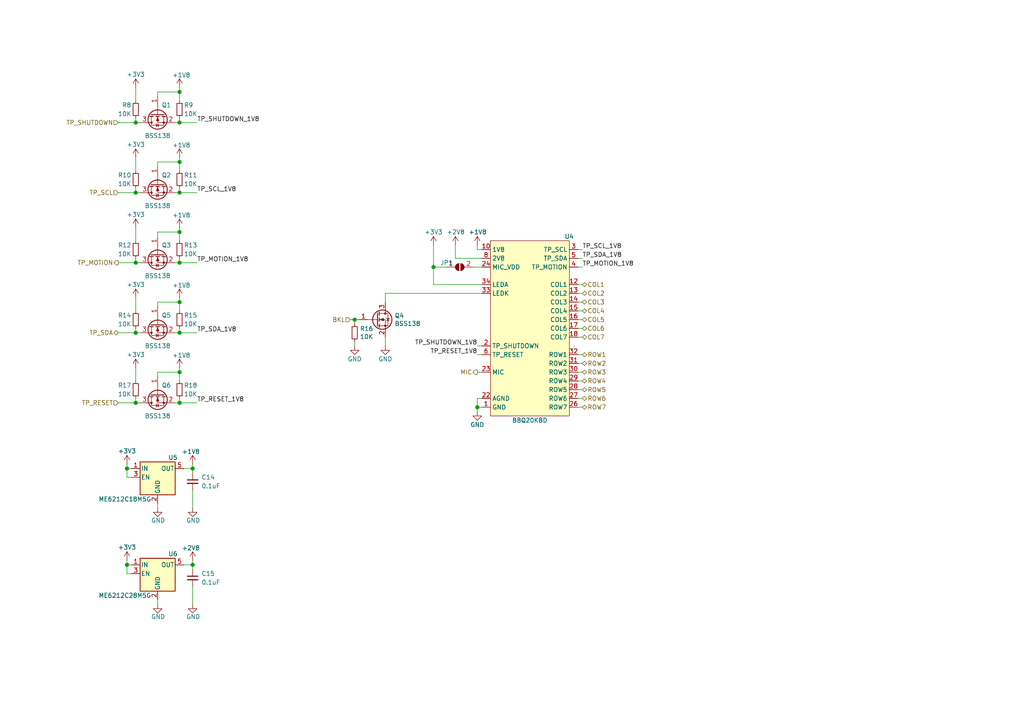
<source format=kicad_sch>
(kicad_sch (version 20210621) (generator eeschema)
  (paper "A4")
  (lib_symbols
    (symbol "Device:C_Small" (pin_numbers hide) (pin_names (offset 0.254) hide)
      (property "Reference" "C" (at 0.254 1.778 0))
      (property "Value" "C_Small" (at 0.254 -2.032 0))
      (symbol "C_Small_0_1"
        (polyline (pts (xy -1.524 -0.508) (xy 1.524 -0.508)) (stroke (width 0.3302)))
        (polyline (pts (xy -1.524 0.508) (xy 1.524 0.508)) (stroke (width 0.3048)))
      )
      (symbol "C_Small_1_1"
        (pin passive line (at 0 2.54 270) (length 2.032) (name "~") (number "1"))
        (pin passive line (at 0 -2.54 90) (length 2.032) (name "~") (number "2"))
      )
    )
    (symbol "Device:R_Small" (pin_numbers hide) (pin_names (offset 0.254) hide)
      (property "Reference" "R" (at 0.762 0.508 0))
      (property "Value" "R_Small" (at 0.762 -1.016 0))
      (symbol "R_Small_0_1"
        (rectangle (start -0.762 1.778) (end 0.762 -1.778) (stroke (width 0.2032)))
      )
      (symbol "R_Small_1_1"
        (pin passive line (at 0 2.54 270) (length 0.762) (name "~") (number "1"))
        (pin passive line (at 0 -2.54 90) (length 0.762) (name "~") (number "2"))
      )
    )
    (symbol "Jumper:SolderJumper_2_Open" (pin_names (offset 0) hide)
      (property "Reference" "JP" (at 0 2.032 0))
      (property "Value" "SolderJumper_2_Open" (at 0 -2.54 0))
      (symbol "SolderJumper_2_Open_0_1"
        (arc (start -0.254 1.016) (end -0.254 -1.016) (radius (at -0.254 0) (length 1.016) (angles 90.1 -90.1)))
        (arc (start 0.254 -1.016) (end 0.254 1.016) (radius (at 0.254 0) (length 1.016) (angles -89.9 89.9)))
        (arc (start -0.254 1.016) (end -0.254 -1.016) (radius (at -0.254 0) (length 1.016) (angles 90.1 -90.1)) (fill (type outline)))
        (arc (start 0.254 -1.016) (end 0.254 1.016) (radius (at 0.254 0) (length 1.016) (angles -89.9 89.9)) (fill (type outline)))
        (polyline (pts (xy -0.254 1.016) (xy -0.254 -1.016)))
        (polyline (pts (xy 0.254 1.016) (xy 0.254 -1.016)))
      )
      (symbol "SolderJumper_2_Open_1_1"
        (pin passive line (at -3.81 0 0) (length 2.54) (name "A") (number "1"))
        (pin passive line (at 3.81 0 180) (length 2.54) (name "B") (number "2"))
      )
    )
    (symbol "Keyboard:BBQ20KBD"
      (property "Reference" "U" (at 11.43 24.13 0))
      (property "Value" "BBQ20KBD" (at 0 -29.21 0))
      (symbol "BBQ20KBD_0_0"
        (pin power_in line (at -13.97 -25.4 0) (length 2.54) (name "GND") (number "1"))
        (pin power_in line (at -13.97 20.32 0) (length 2.54) (name "1V8") (number "10"))
        (pin passive line (at -13.97 -25.4 0) (length 2.54) hide (name "GND") (number "11"))
        (pin input line (at 13.97 10.16 180) (length 2.54) (name "COL1") (number "12"))
        (pin input line (at 13.97 7.62 180) (length 2.54) (name "COL2") (number "13"))
        (pin input line (at 13.97 5.08 180) (length 2.54) (name "COL3") (number "14"))
        (pin input line (at 13.97 2.54 180) (length 2.54) (name "COL4") (number "15"))
        (pin input line (at 13.97 0 180) (length 2.54) (name "COL5") (number "16"))
        (pin input line (at 13.97 -2.54 180) (length 2.54) (name "COL6") (number "17"))
        (pin input line (at 13.97 -5.08 180) (length 2.54) (name "COL7") (number "18"))
        (pin passive line (at -13.97 -25.4 0) (length 2.54) hide (name "GND") (number "19"))
        (pin input line (at -13.97 -7.62 0) (length 2.54) (name "TP_SHUTDOWN") (number "2"))
        (pin passive line (at -13.97 -25.4 0) (length 2.54) hide (name "GND") (number "20"))
        (pin passive line (at -13.97 -25.4 0) (length 2.54) hide (name "GND") (number "21"))
        (pin power_in line (at -13.97 -22.86 0) (length 2.54) (name "AGND") (number "22"))
        (pin output line (at -13.97 -15.24 0) (length 2.54) (name "MIC") (number "23"))
        (pin input line (at -13.97 15.24 0) (length 2.54) (name "MIC_VDD") (number "24"))
        (pin passive line (at -13.97 -25.4 0) (length 2.54) hide (name "GND") (number "25"))
        (pin input line (at 13.97 -25.4 180) (length 2.54) (name "ROW7") (number "26"))
        (pin input line (at 13.97 -22.86 180) (length 2.54) (name "ROW6") (number "27"))
        (pin input line (at 13.97 -20.32 180) (length 2.54) (name "ROW5") (number "28"))
        (pin input line (at 13.97 -17.78 180) (length 2.54) (name "ROW4") (number "29"))
        (pin input line (at 13.97 20.32 180) (length 2.54) (name "TP_SCL") (number "3"))
        (pin input line (at 13.97 -15.24 180) (length 2.54) (name "ROW3") (number "30"))
        (pin input line (at 13.97 -12.7 180) (length 2.54) (name "ROW2") (number "31"))
        (pin input line (at 13.97 -10.16 180) (length 2.54) (name "ROW1") (number "32"))
        (pin input line (at -13.97 7.62 0) (length 2.54) (name "LEDK") (number "33"))
        (pin power_in line (at -13.97 10.16 0) (length 2.54) (name "LEDA") (number "34"))
        (pin passive line (at -13.97 7.62 0) (length 2.54) hide (name "LEDK") (number "35"))
        (pin passive line (at -13.97 10.16 0) (length 2.54) hide (name "LEDA") (number "36"))
        (pin passive line (at -13.97 7.62 0) (length 2.54) hide (name "LEDK") (number "37"))
        (pin no_connect line (at 0 -17.78 0) (length 2.54) hide (name "NC") (number "38"))
        (pin no_connect line (at 0 -20.32 0) (length 2.54) hide (name "NC") (number "39"))
        (pin output line (at 13.97 15.24 180) (length 2.54) (name "TP_MOTION") (number "4"))
        (pin passive line (at -13.97 -25.4 0) (length 2.54) hide (name "GND") (number "40"))
        (pin bidirectional line (at 13.97 17.78 180) (length 2.54) (name "TP_SDA") (number "5"))
        (pin input line (at -13.97 -10.16 0) (length 2.54) (name "TP_RESET") (number "6"))
        (pin passive line (at -13.97 -25.4 0) (length 2.54) hide (name "GND") (number "7"))
        (pin power_in line (at -13.97 17.78 0) (length 2.54) (name "2V8") (number "8"))
        (pin passive line (at -13.97 -25.4 0) (length 2.54) hide (name "GND") (number "9"))
      )
      (symbol "BBQ20KBD_0_1"
        (rectangle (start -11.43 22.86) (end 11.43 -27.94) (stroke (width 0.1524)) (fill (type background)))
      )
    )
    (symbol "Regulator_Linear:TLV71209_SOT23-5" (pin_names (offset 0.254))
      (property "Reference" "U" (at -3.81 5.715 0))
      (property "Value" "TLV71209_SOT23-5" (at 0 5.715 0))
      (symbol "TLV71209_SOT23-5_0_1"
        (rectangle (start -5.08 4.445) (end 5.08 -5.08) (stroke (width 0.254)) (fill (type background)))
      )
      (symbol "TLV71209_SOT23-5_1_1"
        (pin power_in line (at -7.62 2.54 0) (length 2.54) (name "IN") (number "1"))
        (pin power_in line (at 0 -7.62 90) (length 2.54) (name "GND") (number "2"))
        (pin input line (at -7.62 0 0) (length 2.54) (name "EN") (number "3"))
        (pin no_connect line (at 5.08 0 180) (length 2.54) hide (name "NC") (number "4"))
        (pin power_out line (at 7.62 2.54 180) (length 2.54) (name "OUT") (number "5"))
      )
    )
    (symbol "Transistor_FET:BSS138" (pin_names hide)
      (property "Reference" "Q" (at 5.08 1.905 0))
      (property "Value" "BSS138" (at 5.08 0 0))
      (symbol "BSS138_0_1"
        (circle (center 1.651 0) (radius 2.794) (stroke (width 0.254)))
        (circle (center 2.54 -1.778) (radius 0.254) (fill (type outline)))
        (circle (center 2.54 1.778) (radius 0.254) (fill (type outline)))
        (polyline (pts (xy 0.254 0) (xy -2.54 0)))
        (polyline (pts (xy 0.254 1.905) (xy 0.254 -1.905)) (stroke (width 0.254)))
        (polyline (pts (xy 0.762 -1.27) (xy 0.762 -2.286)) (stroke (width 0.254)))
        (polyline (pts (xy 0.762 0.508) (xy 0.762 -0.508)) (stroke (width 0.254)))
        (polyline (pts (xy 0.762 2.286) (xy 0.762 1.27)) (stroke (width 0.254)))
        (polyline (pts (xy 2.54 2.54) (xy 2.54 1.778)))
        (polyline (pts (xy 2.54 -2.54) (xy 2.54 0) (xy 0.762 0)))
        (polyline (pts (xy 0.762 -1.778) (xy 3.302 -1.778) (xy 3.302 1.778) (xy 0.762 1.778)))
        (polyline (pts (xy 2.794 0.508) (xy 2.921 0.381) (xy 3.683 0.381) (xy 3.81 0.254)))
        (polyline (pts (xy 3.302 0.381) (xy 2.921 -0.254) (xy 3.683 -0.254) (xy 3.302 0.381)))
        (polyline (pts (xy 1.016 0) (xy 2.032 0.381) (xy 2.032 -0.381) (xy 1.016 0)) (fill (type outline)))
      )
      (symbol "BSS138_1_1"
        (pin input line (at -5.08 0 0) (length 2.54) (name "G") (number "1"))
        (pin passive line (at 2.54 -5.08 90) (length 2.54) (name "S") (number "2"))
        (pin passive line (at 2.54 5.08 270) (length 2.54) (name "D") (number "3"))
      )
    )
    (symbol "power:+1V8" (power) (pin_names (offset 0))
      (property "Value" "+1V8" (at 0 3.556 0))
      (symbol "+1V8_0_1"
        (polyline (pts (xy -0.762 1.27) (xy 0 2.54)))
        (polyline (pts (xy 0 0) (xy 0 2.54)))
        (polyline (pts (xy 0 2.54) (xy 0.762 1.27)))
      )
      (symbol "+1V8_1_1"
        (pin power_in line (at 0 0 90) (length 0) hide (name "+1V8") (number "1"))
      )
    )
    (symbol "power:+2V8" (power) (pin_names (offset 0))
      (property "Value" "+2V8" (at 0 3.556 0))
      (symbol "+2V8_0_1"
        (polyline (pts (xy -0.762 1.27) (xy 0 2.54)))
        (polyline (pts (xy 0 0) (xy 0 2.54)))
        (polyline (pts (xy 0 2.54) (xy 0.762 1.27)))
      )
      (symbol "+2V8_1_1"
        (pin power_in line (at 0 0 90) (length 0) hide (name "+2V8") (number "1"))
      )
    )
    (symbol "power:+3.3V" (power) (pin_names (offset 0))
      (property "Value" "+3.3V" (at 0 3.556 0))
      (symbol "+3.3V_0_1"
        (polyline (pts (xy -0.762 1.27) (xy 0 2.54)))
        (polyline (pts (xy 0 0) (xy 0 2.54)))
        (polyline (pts (xy 0 2.54) (xy 0.762 1.27)))
      )
      (symbol "+3.3V_1_1"
        (pin power_in line (at 0 0 90) (length 0) hide (name "+3V3") (number "1"))
      )
    )
    (symbol "power:GND" (power) (pin_names (offset 0))
      (property "Value" "GND" (at 0 -3.81 0))
      (symbol "GND_0_1"
        (polyline (pts (xy 0 0) (xy 0 -1.27) (xy 1.27 -1.27) (xy 0 -2.54) (xy -1.27 -1.27) (xy 0 -1.27)))
      )
      (symbol "GND_1_1"
        (pin power_in line (at 0 0 270) (length 0) hide (name "GND") (number "1"))
      )
    )
  )
  (junction (at 36.83 135.89) (diameter 1.016))
  (junction (at 36.83 163.83) (diameter 1.016))
  (junction (at 39.37 35.56) (diameter 1.016))
  (junction (at 39.37 55.88) (diameter 1.016))
  (junction (at 39.37 76.2) (diameter 1.016))
  (junction (at 39.37 96.52) (diameter 1.016))
  (junction (at 39.37 116.84) (diameter 1.016))
  (junction (at 52.07 26.67) (diameter 1.016))
  (junction (at 52.07 35.56) (diameter 1.016))
  (junction (at 52.07 46.99) (diameter 1.016))
  (junction (at 52.07 55.88) (diameter 1.016))
  (junction (at 52.07 67.31) (diameter 1.016))
  (junction (at 52.07 76.2) (diameter 1.016))
  (junction (at 52.07 87.63) (diameter 1.016))
  (junction (at 52.07 96.52) (diameter 1.016))
  (junction (at 52.07 107.95) (diameter 1.016))
  (junction (at 52.07 116.84) (diameter 1.016))
  (junction (at 55.88 135.89) (diameter 1.016))
  (junction (at 55.88 163.83) (diameter 1.016))
  (junction (at 102.87 92.71) (diameter 1.016))
  (junction (at 125.73 77.47) (diameter 1.016))
  (junction (at 138.43 118.11) (diameter 1.016))
  (wire (pts (xy 36.83 134.62) (xy 36.83 135.89)))
  (wire (pts (xy 36.83 135.89) (xy 38.1 135.89)))
  (wire (pts (xy 36.83 138.43) (xy 36.83 135.89)))
  (wire (pts (xy 36.83 162.56) (xy 36.83 163.83)))
  (wire (pts (xy 36.83 163.83) (xy 38.1 163.83)))
  (wire (pts (xy 36.83 166.37) (xy 36.83 163.83)))
  (wire (pts (xy 38.1 138.43) (xy 36.83 138.43)))
  (wire (pts (xy 38.1 166.37) (xy 36.83 166.37)))
  (wire (pts (xy 39.37 25.4) (xy 39.37 29.21)))
  (wire (pts (xy 39.37 34.29) (xy 39.37 35.56)))
  (wire (pts (xy 39.37 35.56) (xy 34.29 35.56)))
  (wire (pts (xy 39.37 45.72) (xy 39.37 49.53)))
  (wire (pts (xy 39.37 54.61) (xy 39.37 55.88)))
  (wire (pts (xy 39.37 55.88) (xy 34.29 55.88)))
  (wire (pts (xy 39.37 66.04) (xy 39.37 69.85)))
  (wire (pts (xy 39.37 74.93) (xy 39.37 76.2)))
  (wire (pts (xy 39.37 76.2) (xy 34.29 76.2)))
  (wire (pts (xy 39.37 86.36) (xy 39.37 90.17)))
  (wire (pts (xy 39.37 95.25) (xy 39.37 96.52)))
  (wire (pts (xy 39.37 96.52) (xy 34.29 96.52)))
  (wire (pts (xy 39.37 106.68) (xy 39.37 110.49)))
  (wire (pts (xy 39.37 115.57) (xy 39.37 116.84)))
  (wire (pts (xy 39.37 116.84) (xy 34.29 116.84)))
  (wire (pts (xy 40.64 35.56) (xy 39.37 35.56)))
  (wire (pts (xy 40.64 55.88) (xy 39.37 55.88)))
  (wire (pts (xy 40.64 76.2) (xy 39.37 76.2)))
  (wire (pts (xy 40.64 96.52) (xy 39.37 96.52)))
  (wire (pts (xy 40.64 116.84) (xy 39.37 116.84)))
  (wire (pts (xy 45.72 26.67) (xy 52.07 26.67)))
  (wire (pts (xy 45.72 27.94) (xy 45.72 26.67)))
  (wire (pts (xy 45.72 46.99) (xy 52.07 46.99)))
  (wire (pts (xy 45.72 48.26) (xy 45.72 46.99)))
  (wire (pts (xy 45.72 67.31) (xy 52.07 67.31)))
  (wire (pts (xy 45.72 68.58) (xy 45.72 67.31)))
  (wire (pts (xy 45.72 87.63) (xy 52.07 87.63)))
  (wire (pts (xy 45.72 88.9) (xy 45.72 87.63)))
  (wire (pts (xy 45.72 107.95) (xy 52.07 107.95)))
  (wire (pts (xy 45.72 109.22) (xy 45.72 107.95)))
  (wire (pts (xy 45.72 146.05) (xy 45.72 147.32)))
  (wire (pts (xy 45.72 173.99) (xy 45.72 175.26)))
  (wire (pts (xy 50.8 35.56) (xy 52.07 35.56)))
  (wire (pts (xy 50.8 55.88) (xy 52.07 55.88)))
  (wire (pts (xy 50.8 76.2) (xy 52.07 76.2)))
  (wire (pts (xy 50.8 96.52) (xy 52.07 96.52)))
  (wire (pts (xy 50.8 116.84) (xy 52.07 116.84)))
  (wire (pts (xy 52.07 25.4) (xy 52.07 26.67)))
  (wire (pts (xy 52.07 26.67) (xy 52.07 29.21)))
  (wire (pts (xy 52.07 34.29) (xy 52.07 35.56)))
  (wire (pts (xy 52.07 45.72) (xy 52.07 46.99)))
  (wire (pts (xy 52.07 46.99) (xy 52.07 49.53)))
  (wire (pts (xy 52.07 54.61) (xy 52.07 55.88)))
  (wire (pts (xy 52.07 66.04) (xy 52.07 67.31)))
  (wire (pts (xy 52.07 67.31) (xy 52.07 69.85)))
  (wire (pts (xy 52.07 74.93) (xy 52.07 76.2)))
  (wire (pts (xy 52.07 86.36) (xy 52.07 87.63)))
  (wire (pts (xy 52.07 87.63) (xy 52.07 90.17)))
  (wire (pts (xy 52.07 95.25) (xy 52.07 96.52)))
  (wire (pts (xy 52.07 106.68) (xy 52.07 107.95)))
  (wire (pts (xy 52.07 107.95) (xy 52.07 110.49)))
  (wire (pts (xy 52.07 115.57) (xy 52.07 116.84)))
  (wire (pts (xy 53.34 135.89) (xy 55.88 135.89)))
  (wire (pts (xy 53.34 163.83) (xy 55.88 163.83)))
  (wire (pts (xy 55.88 134.62) (xy 55.88 135.89)))
  (wire (pts (xy 55.88 137.16) (xy 55.88 135.89)))
  (wire (pts (xy 55.88 142.24) (xy 55.88 147.32)))
  (wire (pts (xy 55.88 162.56) (xy 55.88 163.83)))
  (wire (pts (xy 55.88 165.1) (xy 55.88 163.83)))
  (wire (pts (xy 55.88 170.18) (xy 55.88 175.26)))
  (wire (pts (xy 57.15 35.56) (xy 52.07 35.56)))
  (wire (pts (xy 57.15 55.88) (xy 52.07 55.88)))
  (wire (pts (xy 57.15 76.2) (xy 52.07 76.2)))
  (wire (pts (xy 57.15 96.52) (xy 52.07 96.52)))
  (wire (pts (xy 57.15 116.84) (xy 52.07 116.84)))
  (wire (pts (xy 102.87 92.71) (xy 101.6 92.71)))
  (wire (pts (xy 102.87 92.71) (xy 102.87 93.98)))
  (wire (pts (xy 102.87 99.06) (xy 102.87 100.33)))
  (wire (pts (xy 104.14 92.71) (xy 102.87 92.71)))
  (wire (pts (xy 111.76 85.09) (xy 111.76 87.63)))
  (wire (pts (xy 111.76 85.09) (xy 139.7 85.09)))
  (wire (pts (xy 111.76 97.79) (xy 111.76 100.33)))
  (wire (pts (xy 125.73 71.12) (xy 125.73 77.47)))
  (wire (pts (xy 125.73 77.47) (xy 129.54 77.47)))
  (wire (pts (xy 125.73 82.55) (xy 125.73 77.47)))
  (wire (pts (xy 125.73 82.55) (xy 139.7 82.55)))
  (wire (pts (xy 132.08 71.12) (xy 132.08 74.93)))
  (wire (pts (xy 132.08 74.93) (xy 139.7 74.93)))
  (wire (pts (xy 137.16 77.47) (xy 139.7 77.47)))
  (wire (pts (xy 138.43 72.39) (xy 138.43 71.12)))
  (wire (pts (xy 138.43 72.39) (xy 139.7 72.39)))
  (wire (pts (xy 138.43 100.33) (xy 139.7 100.33)))
  (wire (pts (xy 138.43 102.87) (xy 139.7 102.87)))
  (wire (pts (xy 138.43 107.95) (xy 139.7 107.95)))
  (wire (pts (xy 138.43 115.57) (xy 138.43 118.11)))
  (wire (pts (xy 138.43 118.11) (xy 138.43 119.38)))
  (wire (pts (xy 139.7 115.57) (xy 138.43 115.57)))
  (wire (pts (xy 139.7 118.11) (xy 138.43 118.11)))
  (wire (pts (xy 167.64 72.39) (xy 168.91 72.39)))
  (wire (pts (xy 167.64 74.93) (xy 168.91 74.93)))
  (wire (pts (xy 167.64 77.47) (xy 168.91 77.47)))
  (wire (pts (xy 167.64 82.55) (xy 168.91 82.55)))
  (wire (pts (xy 167.64 85.09) (xy 168.91 85.09)))
  (wire (pts (xy 167.64 87.63) (xy 168.91 87.63)))
  (wire (pts (xy 167.64 90.17) (xy 168.91 90.17)))
  (wire (pts (xy 167.64 92.71) (xy 168.91 92.71)))
  (wire (pts (xy 167.64 95.25) (xy 168.91 95.25)))
  (wire (pts (xy 167.64 97.79) (xy 168.91 97.79)))
  (wire (pts (xy 167.64 102.87) (xy 168.91 102.87)))
  (wire (pts (xy 167.64 105.41) (xy 168.91 105.41)))
  (wire (pts (xy 167.64 107.95) (xy 168.91 107.95)))
  (wire (pts (xy 167.64 110.49) (xy 168.91 110.49)))
  (wire (pts (xy 167.64 113.03) (xy 168.91 113.03)))
  (wire (pts (xy 167.64 115.57) (xy 168.91 115.57)))
  (wire (pts (xy 167.64 118.11) (xy 168.91 118.11)))
  (label "TP_SHUTDOWN_1V8" (at 57.15 35.56 0))
  (label "TP_SCL_1V8" (at 57.15 55.88 0))
  (label "TP_MOTION_1V8" (at 57.15 76.2 0))
  (label "TP_SDA_1V8" (at 57.15 96.52 0))
  (label "TP_RESET_1V8" (at 57.15 116.84 0))
  (label "TP_SHUTDOWN_1V8" (at 138.43 100.33 180))
  (label "TP_RESET_1V8" (at 138.43 102.87 180))
  (label "TP_SCL_1V8" (at 168.91 72.39 0))
  (label "TP_SDA_1V8" (at 168.91 74.93 0))
  (label "TP_MOTION_1V8" (at 168.91 77.47 0))
  (hierarchical_label "TP_SHUTDOWN" (shape input) (at 34.29 35.56 180))
  (hierarchical_label "TP_SCL" (shape input) (at 34.29 55.88 180))
  (hierarchical_label "TP_MOTION" (shape output) (at 34.29 76.2 180))
  (hierarchical_label "TP_SDA" (shape bidirectional) (at 34.29 96.52 180))
  (hierarchical_label "TP_RESET" (shape input) (at 34.29 116.84 180))
  (hierarchical_label "BKL" (shape input) (at 101.6 92.71 180))
  (hierarchical_label "MIC" (shape output) (at 138.43 107.95 180))
  (hierarchical_label "COL1" (shape bidirectional) (at 168.91 82.55 0))
  (hierarchical_label "COL2" (shape bidirectional) (at 168.91 85.09 0))
  (hierarchical_label "COL3" (shape bidirectional) (at 168.91 87.63 0))
  (hierarchical_label "COL4" (shape bidirectional) (at 168.91 90.17 0))
  (hierarchical_label "COL5" (shape bidirectional) (at 168.91 92.71 0))
  (hierarchical_label "COL6" (shape bidirectional) (at 168.91 95.25 0))
  (hierarchical_label "COL7" (shape bidirectional) (at 168.91 97.79 0))
  (hierarchical_label "ROW1" (shape bidirectional) (at 168.91 102.87 0))
  (hierarchical_label "ROW2" (shape bidirectional) (at 168.91 105.41 0))
  (hierarchical_label "ROW3" (shape bidirectional) (at 168.91 107.95 0))
  (hierarchical_label "ROW4" (shape bidirectional) (at 168.91 110.49 0))
  (hierarchical_label "ROW5" (shape bidirectional) (at 168.91 113.03 0))
  (hierarchical_label "ROW6" (shape bidirectional) (at 168.91 115.57 0))
  (hierarchical_label "ROW7" (shape bidirectional) (at 168.91 118.11 0))
  (symbol (lib_id "power:+3.3V") (at 36.83 134.62 0) (unit 1)
    (property "Reference" "#PWR0147" (effects hide))
    (property "Value" "+3.3V" (at 36.83 130.81 0))
  )
  (symbol (lib_id "power:+3.3V") (at 36.83 162.56 0) (unit 1)
    (property "Reference" "#PWR0146" (effects hide))
    (property "Value" "+3.3V" (at 36.83 158.75 0))
  )
  (symbol (lib_id "power:+3.3V") (at 39.37 25.4 0) (mirror y) (unit 1)
    (property "Reference" "#PWR0156" (effects hide))
    (property "Value" "+3.3V" (at 39.37 21.59 0))
  )
  (symbol (lib_id "power:+3.3V") (at 39.37 45.72 0) (mirror y) (unit 1)
    (property "Reference" "#PWR0154" (effects hide))
    (property "Value" "+3.3V" (at 39.37 41.91 0))
  )
  (symbol (lib_id "power:+3.3V") (at 39.37 66.04 0) (mirror y) (unit 1)
    (property "Reference" "#PWR0148" (effects hide))
    (property "Value" "+3.3V" (at 39.37 62.23 0))
  )
  (symbol (lib_id "power:+3.3V") (at 39.37 86.36 0) (mirror y) (unit 1)
    (property "Reference" "#PWR0153" (effects hide))
    (property "Value" "+3.3V" (at 39.37 82.55 0))
  )
  (symbol (lib_id "power:+3.3V") (at 39.37 106.68 0) (mirror y) (unit 1)
    (property "Reference" "#PWR0151" (effects hide))
    (property "Value" "+3.3V" (at 39.37 102.87 0))
  )
  (symbol (lib_id "power:+1V8") (at 52.07 25.4 0) (mirror y) (unit 1)
    (property "Reference" "#PWR0157" (effects hide))
    (property "Value" "+1V8" (at 55.245 21.7804 0) (effects (justify left)))
  )
  (symbol (lib_id "power:+1V8") (at 52.07 45.72 0) (mirror y) (unit 1)
    (property "Reference" "#PWR0155" (effects hide))
    (property "Value" "+1V8" (at 55.245 42.1004 0) (effects (justify left)))
  )
  (symbol (lib_id "power:+1V8") (at 52.07 66.04 0) (mirror y) (unit 1)
    (property "Reference" "#PWR0149" (effects hide))
    (property "Value" "+1V8" (at 55.245 62.4204 0) (effects (justify left)))
  )
  (symbol (lib_id "power:+1V8") (at 52.07 86.36 0) (mirror y) (unit 1)
    (property "Reference" "#PWR0150" (effects hide))
    (property "Value" "+1V8" (at 55.245 82.7404 0) (effects (justify left)))
  )
  (symbol (lib_id "power:+1V8") (at 52.07 106.68 0) (mirror y) (unit 1)
    (property "Reference" "#PWR0152" (effects hide))
    (property "Value" "+1V8" (at 55.245 103.0604 0) (effects (justify left)))
  )
  (symbol (lib_id "power:+1V8") (at 55.88 134.62 0) (unit 1)
    (property "Reference" "#PWR0145" (effects hide))
    (property "Value" "+1V8" (at 52.705 131.0004 0) (effects (justify left)))
  )
  (symbol (lib_id "power:+2V8") (at 55.88 162.56 0) (unit 1)
    (property "Reference" "#PWR0140" (effects hide))
    (property "Value" "+2V8" (at 52.705 158.9404 0) (effects (justify left)))
  )
  (symbol (lib_id "power:+3.3V") (at 125.73 71.12 0) (unit 1)
    (property "Reference" "#PWR0137" (effects hide))
    (property "Value" "+3.3V" (at 125.73 67.31 0))
  )
  (symbol (lib_id "power:+2V8") (at 132.08 71.12 0) (unit 1)
    (property "Reference" "#PWR0138" (effects hide))
    (property "Value" "+2V8" (at 129.54 67.31 0) (effects (justify left)))
  )
  (symbol (lib_id "power:+1V8") (at 138.43 71.12 0) (unit 1)
    (property "Reference" "#PWR0136" (effects hide))
    (property "Value" "+1V8" (at 135.89 67.31 0) (effects (justify left)))
  )
  (symbol (lib_id "power:GND") (at 45.72 147.32 0) (unit 1)
    (property "Reference" "#PWR0143" (effects hide))
    (property "Value" "GND" (at 43.815 150.9394 0) (effects (justify left)))
  )
  (symbol (lib_id "power:GND") (at 45.72 175.26 0) (unit 1)
    (property "Reference" "#PWR0141" (effects hide))
    (property "Value" "GND" (at 43.815 178.8794 0) (effects (justify left)))
  )
  (symbol (lib_id "power:GND") (at 55.88 147.32 0) (unit 1)
    (property "Reference" "#PWR0144" (effects hide))
    (property "Value" "GND" (at 53.975 150.9394 0) (effects (justify left)))
  )
  (symbol (lib_id "power:GND") (at 55.88 175.26 0) (unit 1)
    (property "Reference" "#PWR0142" (effects hide))
    (property "Value" "GND" (at 53.975 178.8794 0) (effects (justify left)))
  )
  (symbol (lib_id "power:GND") (at 102.87 100.33 0) (unit 1)
    (property "Reference" "#PWR0139" (effects hide))
    (property "Value" "GND" (at 102.87 104.14 0))
  )
  (symbol (lib_id "power:GND") (at 111.76 100.33 0) (unit 1)
    (property "Reference" "#PWR0134" (effects hide))
    (property "Value" "GND" (at 111.76 104.14 0))
  )
  (symbol (lib_id "power:GND") (at 138.43 119.38 0) (unit 1)
    (property "Reference" "#PWR0135" (effects hide))
    (property "Value" "GND" (at 138.43 123.19 0))
  )
  (symbol (lib_id "Device:R_Small") (at 39.37 31.75 0) (mirror x) (unit 1)
    (property "Reference" "R8" (at 38.1 30.4799 0) (effects (justify right)))
    (property "Value" "10K" (at 38.1 33.0199 0) (effects (justify right)))
    (property "Footprint" "Resistor_SMD:R_0603_1608Metric" (effects hide))
  )
  (symbol (lib_id "Device:R_Small") (at 39.37 52.07 0) (mirror x) (unit 1)
    (property "Reference" "R10" (at 38.1 50.7999 0) (effects (justify right)))
    (property "Value" "10K" (at 38.1 53.3399 0) (effects (justify right)))
    (property "Footprint" "Resistor_SMD:R_0603_1608Metric" (effects hide))
  )
  (symbol (lib_id "Device:R_Small") (at 39.37 72.39 0) (mirror x) (unit 1)
    (property "Reference" "R12" (at 38.1 71.1199 0) (effects (justify right)))
    (property "Value" "10K" (at 38.1 73.6599 0) (effects (justify right)))
    (property "Footprint" "Resistor_SMD:R_0603_1608Metric" (effects hide))
  )
  (symbol (lib_id "Device:R_Small") (at 39.37 92.71 0) (mirror x) (unit 1)
    (property "Reference" "R14" (at 38.1 91.4399 0) (effects (justify right)))
    (property "Value" "10K" (at 38.1 93.9799 0) (effects (justify right)))
    (property "Footprint" "Resistor_SMD:R_0603_1608Metric" (effects hide))
  )
  (symbol (lib_id "Device:R_Small") (at 39.37 113.03 0) (mirror x) (unit 1)
    (property "Reference" "R17" (at 38.1 111.7599 0) (effects (justify right)))
    (property "Value" "10K" (at 38.1 114.2999 0) (effects (justify right)))
    (property "Footprint" "Resistor_SMD:R_0603_1608Metric" (effects hide))
  )
  (symbol (lib_id "Device:R_Small") (at 52.07 31.75 180) (unit 1)
    (property "Reference" "R9" (at 53.34 30.4799 0) (effects (justify right)))
    (property "Value" "10K" (at 53.34 33.0199 0) (effects (justify right)))
    (property "Footprint" "Resistor_SMD:R_0603_1608Metric" (effects hide))
  )
  (symbol (lib_id "Device:R_Small") (at 52.07 52.07 180) (unit 1)
    (property "Reference" "R11" (at 53.34 50.7999 0) (effects (justify right)))
    (property "Value" "10K" (at 53.34 53.3399 0) (effects (justify right)))
    (property "Footprint" "Resistor_SMD:R_0603_1608Metric" (effects hide))
  )
  (symbol (lib_id "Device:R_Small") (at 52.07 72.39 180) (unit 1)
    (property "Reference" "R13" (at 53.34 71.1199 0) (effects (justify right)))
    (property "Value" "10K" (at 53.34 73.6599 0) (effects (justify right)))
    (property "Footprint" "Resistor_SMD:R_0603_1608Metric" (effects hide))
  )
  (symbol (lib_id "Device:R_Small") (at 52.07 92.71 180) (unit 1)
    (property "Reference" "R15" (at 53.34 91.4399 0) (effects (justify right)))
    (property "Value" "10K" (at 53.34 93.9799 0) (effects (justify right)))
    (property "Footprint" "Resistor_SMD:R_0603_1608Metric" (effects hide))
  )
  (symbol (lib_id "Device:R_Small") (at 52.07 113.03 180) (unit 1)
    (property "Reference" "R18" (at 53.34 111.7599 0) (effects (justify right)))
    (property "Value" "10K" (at 53.34 114.2999 0) (effects (justify right)))
    (property "Footprint" "Resistor_SMD:R_0603_1608Metric" (effects hide))
  )
  (symbol (lib_id "Device:R_Small") (at 102.87 96.52 0) (unit 1)
    (property "Reference" "R16" (at 104.3686 95.3516 0) (effects (justify left)))
    (property "Value" "10K" (at 104.3686 97.663 0) (effects (justify left)))
    (property "Footprint" "Resistor_SMD:R_0603_1608Metric" (effects hide))
  )
  (symbol (lib_id "Jumper:SolderJumper_2_Open") (at 133.35 77.47 0) (unit 1) (in_bom no)
    (property "Reference" "JP1" (at 129.54 76.2 0))
    (property "Value" "SJ_MIC_VDD" (effects hide))
    (property "Footprint" "Jumper:SolderJumper-2_P1.3mm_Open_RoundedPad1.0x1.5mm" (effects hide))
  )
  (symbol (lib_id "Device:C_Small") (at 55.88 139.7 0) (unit 1)
    (property "Reference" "C14" (at 58.42 138.4299 0) (effects (justify left)))
    (property "Value" "0.1uF" (at 58.42 140.9699 0) (effects (justify left)))
    (property "Footprint" "Capacitor_SMD:C_0603_1608Metric" (effects hide))
  )
  (symbol (lib_id "Device:C_Small") (at 55.88 167.64 0) (unit 1)
    (property "Reference" "C15" (at 58.42 166.3699 0) (effects (justify left)))
    (property "Value" "0.1uF" (at 58.42 168.9099 0) (effects (justify left)))
    (property "Footprint" "Capacitor_SMD:C_0603_1608Metric" (effects hide))
  )
  (symbol (lib_id "Transistor_FET:BSS138") (at 45.72 33.02 90) (mirror x) (unit 1)
    (property "Reference" "Q1" (at 48.26 30.48 90))
    (property "Value" "BSS138" (at 45.72 39.37 90))
    (property "Footprint" "Package_TO_SOT_SMD:SOT-23" (effects hide))
    (property "LCSC" "C112239" (effects hide))
  )
  (symbol (lib_id "Transistor_FET:BSS138") (at 45.72 53.34 90) (mirror x) (unit 1)
    (property "Reference" "Q2" (at 48.26 50.8 90))
    (property "Value" "BSS138" (at 45.72 59.69 90))
    (property "Footprint" "Package_TO_SOT_SMD:SOT-23" (effects hide))
    (property "LCSC" "C112239" (effects hide))
  )
  (symbol (lib_id "Transistor_FET:BSS138") (at 45.72 73.66 90) (mirror x) (unit 1)
    (property "Reference" "Q3" (at 48.26 71.12 90))
    (property "Value" "BSS138" (at 45.72 80.01 90))
    (property "Footprint" "Package_TO_SOT_SMD:SOT-23" (effects hide))
    (property "LCSC" "C112239" (effects hide))
  )
  (symbol (lib_id "Transistor_FET:BSS138") (at 45.72 93.98 90) (mirror x) (unit 1)
    (property "Reference" "Q5" (at 48.26 91.44 90))
    (property "Value" "BSS138" (at 45.72 100.33 90))
    (property "Footprint" "Package_TO_SOT_SMD:SOT-23" (effects hide))
    (property "LCSC" "C112239" (effects hide))
  )
  (symbol (lib_id "Transistor_FET:BSS138") (at 45.72 114.3 90) (mirror x) (unit 1)
    (property "Reference" "Q6" (at 48.26 111.76 90))
    (property "Value" "BSS138" (at 45.72 120.65 90))
    (property "Footprint" "Package_TO_SOT_SMD:SOT-23" (effects hide))
    (property "LCSC" "C112239" (effects hide))
  )
  (symbol (lib_id "Transistor_FET:BSS138") (at 109.22 92.71 0) (unit 1)
    (property "Reference" "Q4" (at 114.4524 91.5416 0) (effects (justify left)))
    (property "Value" "BSS138" (at 114.4524 93.853 0) (effects (justify left)))
    (property "Footprint" "Package_TO_SOT_SMD:SOT-23" (effects hide))
    (property "LCSC" "C112239" (effects hide))
  )
  (symbol (lib_id "Regulator_Linear:TLV71209_SOT23-5") (at 45.72 138.43 0) (unit 1)
    (property "Reference" "U5" (at 50.165 132.715 0))
    (property "Value" "ME6212C18M5G" (at 28.575 144.78 0) (effects (justify left)))
    (property "Footprint" "Package_TO_SOT_SMD:SOT-23-5" (effects hide))
    (property "Datasheet" "http://www.yushin88.com/uploadfiles/20190223/20190223155734_4960.pdf" (effects hide))
    (property "LCSC" "C236669" (effects hide))
  )
  (symbol (lib_id "Regulator_Linear:TLV71209_SOT23-5") (at 45.72 166.37 0) (unit 1)
    (property "Reference" "U6" (at 50.165 160.655 0))
    (property "Value" "ME6212C28M5G" (at 28.575 172.72 0) (effects (justify left)))
    (property "Footprint" "Package_TO_SOT_SMD:SOT-23-5" (effects hide))
    (property "Datasheet" "http://www.yushin88.com/uploadfiles/20190223/20190223155734_4960.pdf" (effects hide))
    (property "LCSC" "C427596" (effects hide))
  )
  (symbol (lib_id "Keyboard:BBQ20KBD") (at 153.67 92.71 0) (unit 1)
    (property "Reference" "U4" (at 165.1 68.58 0))
    (property "Value" "BBQ20KBD" (at 153.67 121.92 0))
    (property "Footprint" "Connector_Hirose_Extra:BM20B(0.8)-40DS-0.4V" (effects hide))
    (property "LCSC" "C424543" (effects hide))
  )
)
</source>
